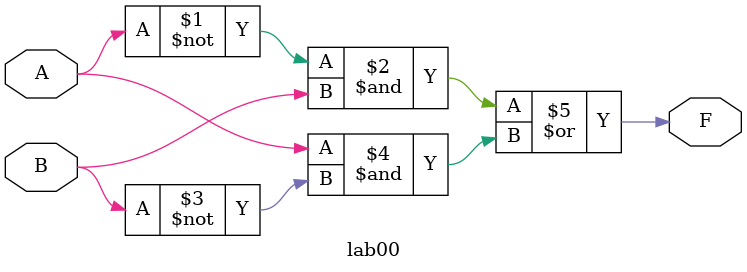
<source format=v>
module lab00(
			input A,
			input B,
			output F
			);
	assign F = ~A&B | A&~B;
endmodule 
</source>
